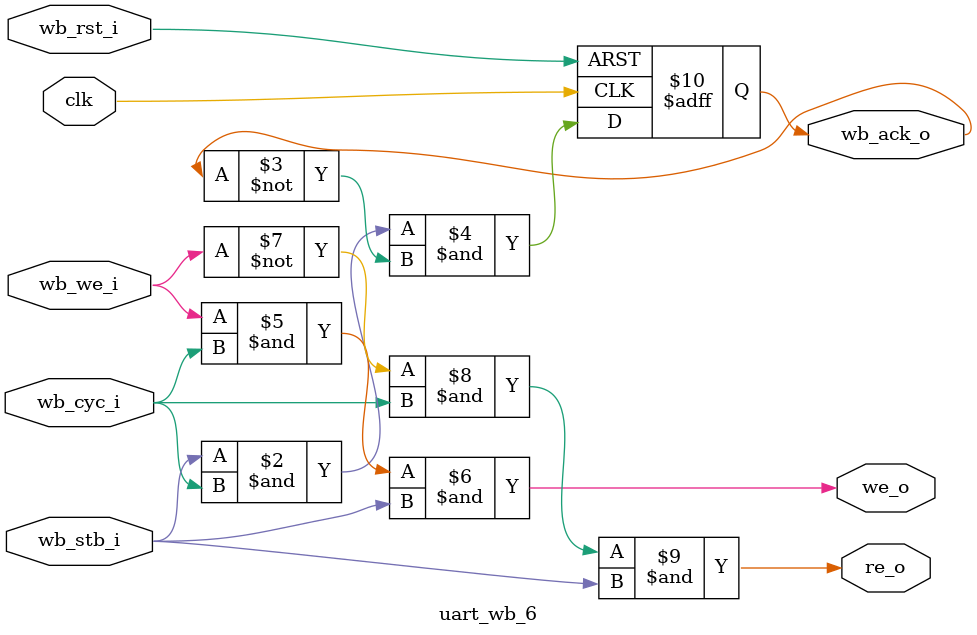
<source format=v>
module uart_wb_6 (clk,
        wb_rst_i, 
	wb_we_i, wb_stb_i, wb_cyc_i, wb_ack_o,
	we_o, re_o 
        );
input				clk;
input				wb_rst_i;
input				wb_we_i;
input				wb_stb_i;
input				wb_cyc_i;
output				wb_ack_o;
output				we_o;
output				re_o;
wire				we_o;
reg				wb_ack_o;
always @(posedge clk or posedge wb_rst_i)
begin
	if (wb_rst_i)
	begin
		wb_ack_o <= #1 1'b0;
	end
	else
	begin
		wb_ack_o <= #1 wb_stb_i & wb_cyc_i & ~wb_ack_o; 
	end
end
assign we_o =  wb_we_i & wb_cyc_i & wb_stb_i; 
assign re_o = ~wb_we_i & wb_cyc_i & wb_stb_i; 
endmodule
</source>
